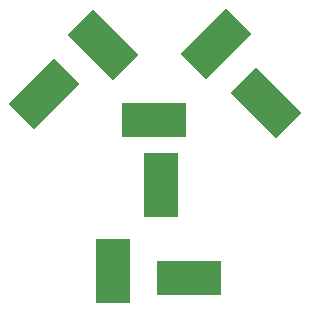
<source format=gbr>
%TF.GenerationSoftware,KiCad,Pcbnew,8.0.7*%
%TF.CreationDate,2025-04-20T00:49:32-04:00*%
%TF.ProjectId,1M_3F,314d5f33-462e-46b6-9963-61645f706362,rev?*%
%TF.SameCoordinates,Original*%
%TF.FileFunction,Soldermask,Bot*%
%TF.FilePolarity,Negative*%
%FSLAX46Y46*%
G04 Gerber Fmt 4.6, Leading zero omitted, Abs format (unit mm)*
G04 Created by KiCad (PCBNEW 8.0.7) date 2025-04-20 00:49:32*
%MOMM*%
%LPD*%
G01*
G04 APERTURE LIST*
G04 Aperture macros list*
%AMRotRect*
0 Rectangle, with rotation*
0 The origin of the aperture is its center*
0 $1 length*
0 $2 width*
0 $3 Rotation angle, in degrees counterclockwise*
0 Add horizontal line*
21,1,$1,$2,0,0,$3*%
G04 Aperture macros list end*
%ADD10RotRect,5.400000X3.000000X135.000000*%
%ADD11RotRect,5.400000X3.000000X45.000000*%
%ADD12RotRect,5.400000X3.000000X225.000000*%
%ADD13R,3.000000X5.400000*%
%ADD14R,5.400000X3.000000*%
G04 APERTURE END LIST*
D10*
%TO.C,J2*%
X95715927Y-38771573D03*
D11*
X90686630Y-42934664D03*
%TD*%
D12*
%TO.C,J4*%
X105297227Y-38697227D03*
D10*
X109460318Y-43726524D03*
%TD*%
D13*
%TO.C,J3*%
X96512500Y-57912500D03*
D14*
X103012500Y-58525000D03*
%TD*%
%TO.C,J1*%
X100000000Y-45137500D03*
D13*
X100612500Y-50637500D03*
%TD*%
M02*

</source>
